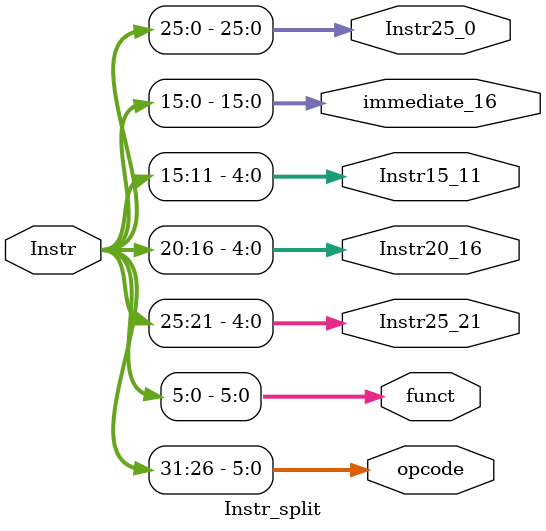
<source format=v>
`timescale 1ns / 1ps
module Instr_split(
    input [31:0] Instr,
    output [5:0] opcode,
    output [5:0] funct,
    output [4:0] Instr25_21,
    output [4:0] Instr20_16,
    output [4:0] Instr15_11,
    output [15:0] immediate_16,
    output [25:0] Instr25_0
    );
assign opcode = Instr[31:26];
assign Instr25_21 = Instr[25:21];
assign Instr20_16 = Instr[20:16];
assign Instr15_11 = Instr[15:11];
assign immediate_16 = Instr[15:0];
assign funct = Instr[5:0];
assign Instr25_0 = Instr[25:0];

endmodule

</source>
